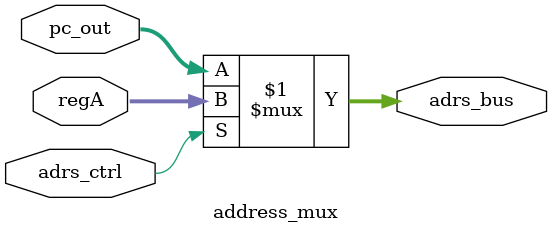
<source format=v>
module address_mux(regA, pc_out, adrs_ctrl, adrs_bus);

input [15:0] regA;
input [15:0] pc_out;
input adrs_ctrl;
output [15:0] adrs_bus;

assign adrs_bus = (adrs_ctrl)? regA : pc_out ;

endmodule
</source>
